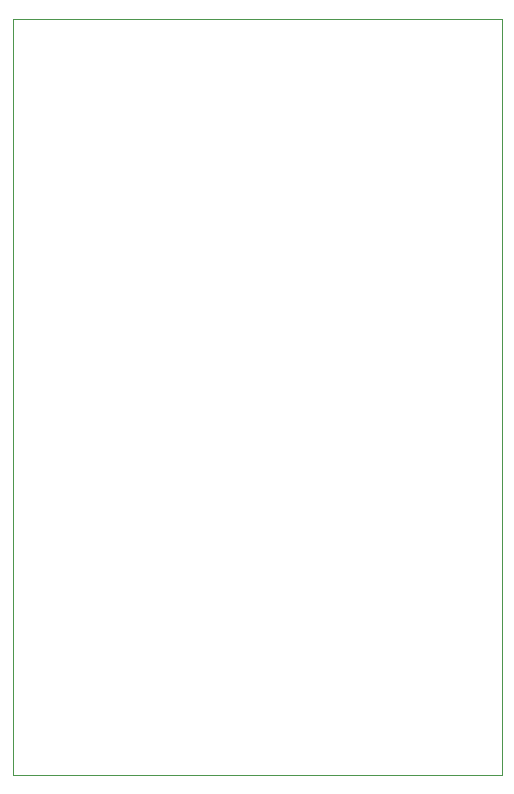
<source format=gbr>
G04 #@! TF.GenerationSoftware,KiCad,Pcbnew,7.0.6-7.0.6~ubuntu23.04.1*
G04 #@! TF.CreationDate,2023-07-23T13:01:16+01:00*
G04 #@! TF.ProjectId,WIZnet adapter,57495a6e-6574-4206-9164-61707465722e,rev?*
G04 #@! TF.SameCoordinates,Original*
G04 #@! TF.FileFunction,Profile,NP*
%FSLAX46Y46*%
G04 Gerber Fmt 4.6, Leading zero omitted, Abs format (unit mm)*
G04 Created by KiCad (PCBNEW 7.0.6-7.0.6~ubuntu23.04.1) date 2023-07-23 13:01:16*
%MOMM*%
%LPD*%
G01*
G04 APERTURE LIST*
G04 #@! TA.AperFunction,Profile*
%ADD10C,0.050000*%
G04 #@! TD*
G04 APERTURE END LIST*
D10*
X101600000Y-114808000D02*
X101600000Y-50800000D01*
X143002000Y-114808000D02*
X101600000Y-114808000D01*
X143002000Y-50800000D02*
X143002000Y-114808000D01*
X101600000Y-50800000D02*
X143002000Y-50800000D01*
M02*

</source>
